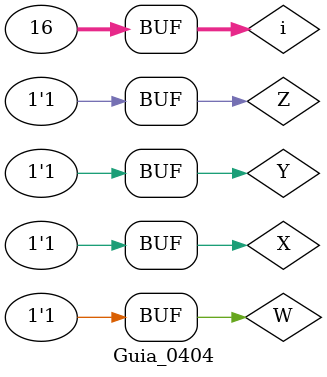
<source format=v>
/*
    Arquitetura de Computadores I - Guia_04.txt
    793605 - Caio Faria Diniz
*/

module PoS (output S1,
            output S2,
            output S3,
            output S4,
            output S5,
            input  X, Y, W, Z); // MAXTERMOS

// ----- A ----- //
 assign S1  = ( X |  Y | ~Z) //1
            & ( X | ~Y |  Z) //2
            & (~X | ~Y |  Z) //6
            & (~X | ~Y | ~Z) //7
            ; 
// ----- B ----- //
 assign S2  = ( X |  Y |  Z) //0
            & ( X | ~Y | ~Z) //3
            & (~X |  Y |  Z) //4
            & (~X | ~Y | ~Z) //7
            ; 
// ----- C ----- //
 assign S3  = ( X |  Y |  W |  Z) //0
            & ( X |  Y |  W | ~Z) //1
            & ( X |  Y | ~W |  Z) //2
            & ( X | ~Y |  W |  Z) //4
            & ( X | ~Y | ~W |  Z) //6
            & (~X |  Y |  W |  Z) //8
            & (~X |  Y | ~W | ~Z) //11
            & (~X | ~Y |  W |  Z) //12
            ;
// ----- D ----- //
 assign S4  = ( X |  Y |  W | ~Z) //1
            & ( X |  Y | ~W |  Z) //2
            & ( X | ~Y |  W |  Z) //4
            & ( X | ~Y | ~W | ~Z) //7
            & (~X |  Y |  W |  Z) //8
            & (~X |  Y |  W | ~Z) //9
            & (~X | ~Y | ~W | ~Z) //15
            ;
// ----- E ----- //
 assign S5  = (~X | ~Y | ~W | ~Z) //0
            & ( X |  Y |  W | ~Z) //1
            & ( X |  Y | ~W |  Z) //2
            & ( X | ~Y |  W |  Z) //4
            & ( X | ~Y |  W | ~Z) //5
            & (~X |  Y | ~W |  Z) //10
            & (~X | ~Y |  W | ~Z) //13
            ; 
endmodule // PoS


module Guia_0404; 
    reg   X = 0, Y = 0, W = 0, Z = 0; 
    wire  S1, S2, S3, S4, S5;
    integer  i = 0; 
    // instancias 
    PoS POS (S1, S2, S3, S4, S5 , X, Y, W, Z); 

    initial begin: start 
        X=1'bx; Y=1'bx; W=1'bx; Z=1'bx;  // indefinidos 
    end 

    // main 
    initial begin: main 
        $display("Guia_0404 - Test"); 

        $display("\na.)"); 
        $display(" X  Y  Z  = S1"); 
        $monitor("%2b %2b %2b  = %2b", X, Y, Z, S1); 
        for (i = 0; i < 8; i = i + 1) begin
            { X, Y, Z } = i;
            #1;
        end // end for

        $display("\nb.)");
        $display(" X  Y  Z  = S2"); 
        $monitor("%2b %2b %2b  = %2b", X, Y, Z, S2); 
        for (i = 0; i < 8; i = i + 1) begin
            { X, Y, Z } = i;
            #1;
        end // end for

        $display("\nc.)");
        $display(" X  Y  W  Z  = S3"); 
        $monitor("%2b %2b %2b %2b  = %2b", X, Y, W, Z, S3); 
        for (i = 0; i < 16; i = i + 1) begin
            { X, Y, W, Z } = i;
            #1;
        end // end for

        $display("\nd.)"); 
        $display(" X  Y  W  Z  = S4"); 
        $monitor("%2b %2b %2b %2b  = %2b", X, Y, W, Z, S4); 
        for (i = 0; i < 16; i = i + 1) begin
            { X, Y, W, Z } = i;
            #1;
        end // end for

        $display("\ne.)"); 
        $display(" X  Y  W  Z  = S5"); 
        $monitor("%2b %2b %2b %2b  = %2b", X, Y, W, Z, S5); 
        for (i = 0; i < 16; i = i + 1) begin
            { X, Y, W, Z } = i;
            #1;
        end // end for
    end // end main 

endmodule // Guia_0404
</source>
